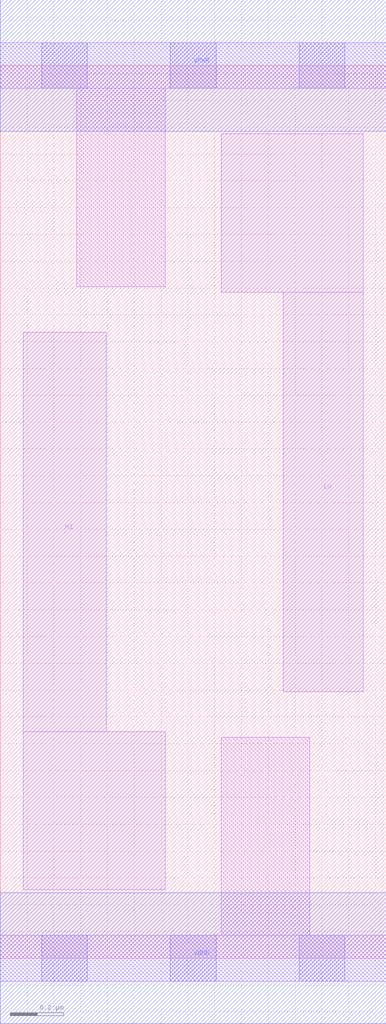
<source format=lef>
# Copyright 2020 The SkyWater PDK Authors
#
# Licensed under the Apache License, Version 2.0 (the "License");
# you may not use this file except in compliance with the License.
# You may obtain a copy of the License at
#
#     https://www.apache.org/licenses/LICENSE-2.0
#
# Unless required by applicable law or agreed to in writing, software
# distributed under the License is distributed on an "AS IS" BASIS,
# WITHOUT WARRANTIES OR CONDITIONS OF ANY KIND, either express or implied.
# See the License for the specific language governing permissions and
# limitations under the License.
#
# SPDX-License-Identifier: Apache-2.0

VERSION 5.7 ;
  NAMESCASESENSITIVE ON ;
  NOWIREEXTENSIONATPIN ON ;
  DIVIDERCHAR "/" ;
  BUSBITCHARS "[]" ;
UNITS
  DATABASE MICRONS 200 ;
END UNITS
MACRO sky130_fd_sc_ls__conb_1
  CLASS CORE ;
  SOURCE USER ;
  FOREIGN sky130_fd_sc_ls__conb_1 ;
  ORIGIN  0.000000  0.000000 ;
  SIZE  1.440000 BY  3.330000 ;
  SYMMETRY X Y ;
  SITE unit ;
  PIN HI
    DIRECTION OUTPUT ;
    USE SIGNAL ;
    PORT
      LAYER li1 ;
        RECT 0.085000 0.255000 0.615000 0.845000 ;
        RECT 0.085000 0.845000 0.395000 2.335000 ;
    END
  END HI
  PIN LO
    DIRECTION OUTPUT ;
    USE SIGNAL ;
    PORT
      LAYER li1 ;
        RECT 0.825000 2.485000 1.355000 3.075000 ;
        RECT 1.055000 0.995000 1.355000 2.485000 ;
    END
  END LO
  PIN VGND
    DIRECTION INOUT ;
    SHAPE ABUTMENT ;
    USE GROUND ;
    PORT
      LAYER met1 ;
        RECT 0.000000 -0.245000 1.440000 0.245000 ;
    END
  END VGND
  PIN VPWR
    DIRECTION INOUT ;
    SHAPE ABUTMENT ;
    USE POWER ;
    PORT
      LAYER met1 ;
        RECT 0.000000 3.085000 1.440000 3.575000 ;
    END
  END VPWR
  OBS
    LAYER li1 ;
      RECT 0.000000 -0.085000 1.440000 0.085000 ;
      RECT 0.000000  3.245000 1.440000 3.415000 ;
      RECT 0.285000  2.505000 0.615000 3.245000 ;
      RECT 0.825000  0.085000 1.155000 0.825000 ;
    LAYER mcon ;
      RECT 0.155000 -0.085000 0.325000 0.085000 ;
      RECT 0.155000  3.245000 0.325000 3.415000 ;
      RECT 0.635000 -0.085000 0.805000 0.085000 ;
      RECT 0.635000  3.245000 0.805000 3.415000 ;
      RECT 1.115000 -0.085000 1.285000 0.085000 ;
      RECT 1.115000  3.245000 1.285000 3.415000 ;
  END
END sky130_fd_sc_ls__conb_1
END LIBRARY

</source>
